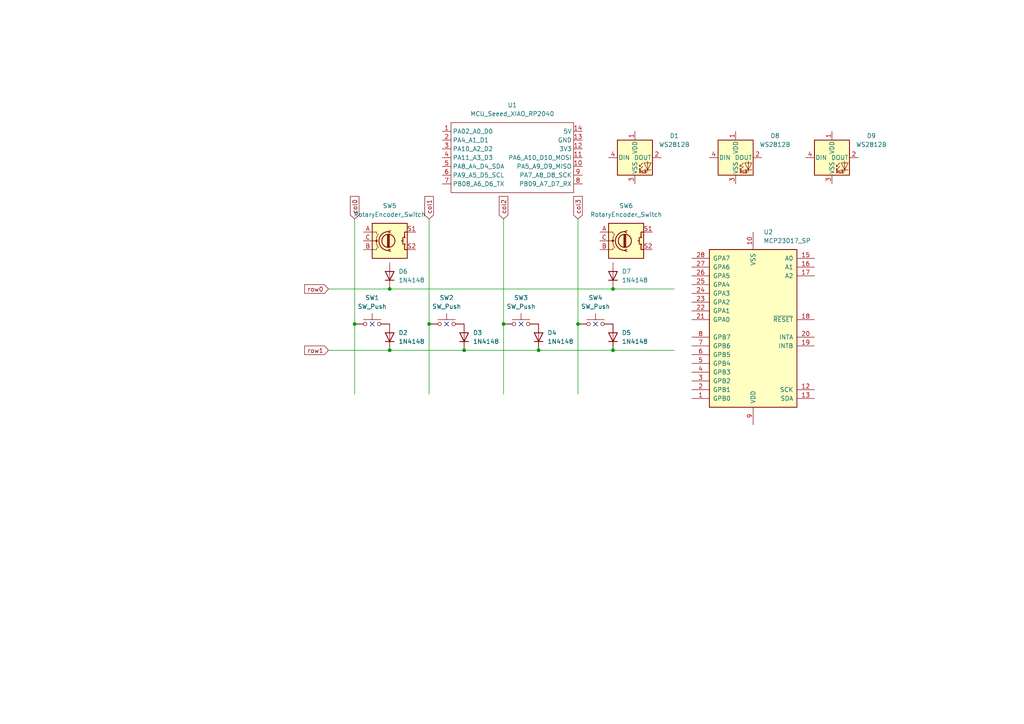
<source format=kicad_sch>
(kicad_sch (version 20231120) (generator "eeschema") (generator_version "8.0")
  (paper "A4")
  (lib_symbols
    (symbol "Device:RotaryEncoder_Switch" (pin_names (offset 0.254) hide)
      (property "Reference" "SW" (at 0 6.604 0))
      (property "Value" "RotaryEncoder_Switch" (at 0 -6.604 0))
      (symbol "RotaryEncoder_Switch_0_1"
        (rectangle (start -5.08 5.08) (end 5.08 -5.08) (stroke (width 0.254)) (fill (type background)))
        (circle (center -3.81 0) (radius 0.254) (fill (type outline)))
        (circle (center -0.381 0) (radius 1.905) (stroke (width 0.254)))
        (arc (start -0.381 2.667) (mid -3.0988 -0.0635) (end -0.381 -2.794) (stroke (width 0.254)))
        (polyline (pts (xy -0.635 -1.778) (xy -0.635 1.778)) (stroke (width 0.254)))
        (polyline (pts (xy -0.381 -1.778) (xy -0.381 1.778)) (stroke (width 0.254)))
        (polyline (pts (xy -0.127 1.778) (xy -0.127 -1.778)) (stroke (width 0.254)))
        (polyline (pts (xy 3.81 0) (xy 3.429 0)) (stroke (width 0.254)))
        (polyline (pts (xy 3.81 1.016) (xy 3.81 -1.016)) (stroke (width 0.254)))
        (polyline (pts (xy -5.08 -2.54) (xy -3.81 -2.54) (xy -3.81 -2.032)))
        (polyline (pts (xy -5.08 2.54) (xy -3.81 2.54) (xy -3.81 2.032)))
        (polyline (pts (xy 0.254 -3.048) (xy -0.508 -2.794) (xy 0.127 -2.413)) (stroke (width 0.254)))
        (polyline (pts (xy 0.254 2.921) (xy -0.508 2.667) (xy 0.127 2.286)) (stroke (width 0.254)))
        (polyline (pts (xy 5.08 -2.54) (xy 4.318 -2.54) (xy 4.318 -1.016)) (stroke (width 0.254)))
        (polyline (pts (xy 5.08 2.54) (xy 4.318 2.54) (xy 4.318 1.016)) (stroke (width 0.254)))
        (polyline (pts (xy -5.08 0) (xy -3.81 0) (xy -3.81 -1.016) (xy -3.302 -2.032)))
        (polyline (pts (xy -4.318 0) (xy -3.81 0) (xy -3.81 1.016) (xy -3.302 2.032)))
        (circle (center 4.318 -1.016) (radius 0.127) (stroke (width 0.254)))
        (circle (center 4.318 1.016) (radius 0.127) (stroke (width 0.254)))
      )
      (symbol "RotaryEncoder_Switch_1_1"
        (pin passive line (at -7.62 2.54 0) (length 2.54) (name "A") (number "A"))
        (pin passive line (at -7.62 -2.54 0) (length 2.54) (name "B") (number "B"))
        (pin passive line (at -7.62 0 0) (length 2.54) (name "C") (number "C"))
        (pin passive line (at 7.62 2.54 180) (length 2.54) (name "S1") (number "S1"))
        (pin passive line (at 7.62 -2.54 180) (length 2.54) (name "S2") (number "S2"))
      )
    )
    (symbol "Diode:1N4148" (pin_numbers hide) (pin_names hide)
      (property "Reference" "D" (at 0 2.54 0))
      (property "Value" "1N4148" (at 0 -2.54 0))
      (symbol "1N4148_0_1"
        (polyline (pts (xy -1.27 1.27) (xy -1.27 -1.27)) (stroke (width 0.254)))
        (polyline (pts (xy 1.27 0) (xy -1.27 0)))
        (polyline (pts (xy 1.27 1.27) (xy 1.27 -1.27) (xy -1.27 0) (xy 1.27 1.27)) (stroke (width 0.254)))
      )
      (symbol "1N4148_1_1"
        (pin passive line (at -3.81 0 0) (length 2.54) (name "K") (number "1"))
        (pin passive line (at 3.81 0 180) (length 2.54) (name "A") (number "2"))
      )
    )
    (symbol "Interface_Expansion:MCP23017_SP" (pin_names (offset 1.016))
      (property "Reference" "U" (at -11.43 24.13 0))
      (property "Value" "MCP23017_SP" (at 0 0 0))
      (symbol "MCP23017_SP_0_1"
        (rectangle (start -12.7 22.86) (end 12.7 -22.86) (stroke (width 0.254)) (fill (type background)))
      )
      (symbol "MCP23017_SP_1_1"
        (pin bidirectional line (at 17.78 20.32 180) (length 5.08) (name "GPB0") (number "1"))
        (pin power_in line (at 0 -27.94 90) (length 5.08) (name "VSS") (number "10"))
        (pin no_connect line (at -12.7 15.24 0) (length 5.08) hide (name "NC") (number "11"))
        (pin input line (at -17.78 17.78 0) (length 5.08) (name "SCK") (number "12"))
        (pin bidirectional line (at -17.78 20.32 0) (length 5.08) (name "SDA") (number "13"))
        (pin no_connect line (at -12.7 12.7 0) (length 5.08) hide (name "NC") (number "14"))
        (pin input line (at -17.78 -20.32 0) (length 5.08) (name "A0") (number "15"))
        (pin input line (at -17.78 -17.78 0) (length 5.08) (name "A1") (number "16"))
        (pin input line (at -17.78 -15.24 0) (length 5.08) (name "A2") (number "17"))
        (pin input line (at -17.78 -2.54 0) (length 5.08) (name "~{RESET}") (number "18"))
        (pin tri_state line (at -17.78 5.08 0) (length 5.08) (name "INTB") (number "19"))
        (pin bidirectional line (at 17.78 17.78 180) (length 5.08) (name "GPB1") (number "2"))
        (pin tri_state line (at -17.78 2.54 0) (length 5.08) (name "INTA") (number "20"))
        (pin bidirectional line (at 17.78 -2.54 180) (length 5.08) (name "GPA0") (number "21"))
        (pin bidirectional line (at 17.78 -5.08 180) (length 5.08) (name "GPA1") (number "22"))
        (pin bidirectional line (at 17.78 -7.62 180) (length 5.08) (name "GPA2") (number "23"))
        (pin bidirectional line (at 17.78 -10.16 180) (length 5.08) (name "GPA3") (number "24"))
        (pin bidirectional line (at 17.78 -12.7 180) (length 5.08) (name "GPA4") (number "25"))
        (pin bidirectional line (at 17.78 -15.24 180) (length 5.08) (name "GPA5") (number "26"))
        (pin bidirectional line (at 17.78 -17.78 180) (length 5.08) (name "GPA6") (number "27"))
        (pin bidirectional line (at 17.78 -20.32 180) (length 5.08) (name "GPA7") (number "28"))
        (pin bidirectional line (at 17.78 15.24 180) (length 5.08) (name "GPB2") (number "3"))
        (pin bidirectional line (at 17.78 12.7 180) (length 5.08) (name "GPB3") (number "4"))
        (pin bidirectional line (at 17.78 10.16 180) (length 5.08) (name "GPB4") (number "5"))
        (pin bidirectional line (at 17.78 7.62 180) (length 5.08) (name "GPB5") (number "6"))
        (pin bidirectional line (at 17.78 5.08 180) (length 5.08) (name "GPB6") (number "7"))
        (pin bidirectional line (at 17.78 2.54 180) (length 5.08) (name "GPB7") (number "8"))
        (pin power_in line (at 0 27.94 270) (length 5.08) (name "VDD") (number "9"))
      )
    )
    (symbol "LED:WS2812B" (pin_names (offset 0.254))
      (property "Reference" "D" (at 5.08 5.715 0))
      (property "Value" "WS2812B" (at 1.27 -5.715 0))
      (symbol "WS2812B_0_0"
        (text "RGB" (at 2.286 -4.191 0) (effects (font (size 0.762 0.762))))
      )
      (symbol "WS2812B_0_1"
        (polyline (pts (xy 1.27 -3.556) (xy 1.778 -3.556)))
        (polyline (pts (xy 1.27 -2.54) (xy 1.778 -2.54)))
        (polyline (pts (xy 4.699 -3.556) (xy 2.667 -3.556)))
        (polyline (pts (xy 2.286 -2.54) (xy 1.27 -3.556) (xy 1.27 -3.048)))
        (polyline (pts (xy 2.286 -1.524) (xy 1.27 -2.54) (xy 1.27 -2.032)))
        (polyline (pts (xy 3.683 -1.016) (xy 3.683 -3.556) (xy 3.683 -4.064)))
        (polyline (pts (xy 4.699 -1.524) (xy 2.667 -1.524) (xy 3.683 -3.556) (xy 4.699 -1.524)))
        (rectangle (start 5.08 5.08) (end -5.08 -5.08) (stroke (width 0.254)) (fill (type background)))
      )
      (symbol "WS2812B_1_1"
        (pin power_in line (at 0 7.62 270) (length 2.54) (name "VDD") (number "1"))
        (pin output line (at 7.62 0 180) (length 2.54) (name "DOUT") (number "2"))
        (pin power_in line (at 0 -7.62 90) (length 2.54) (name "VSS") (number "3"))
        (pin input line (at -7.62 0 0) (length 2.54) (name "DIN") (number "4"))
      )
    )
    (symbol "ScottoKeebs:MCU_Seeed_XIAO_RP2040"
      (property "Reference" "U" (at -16.51 11.43 0))
      (property "Value" "MCU_Seeed_XIAO_RP2040" (at -3.81 -11.43 0))
      (symbol "MCU_Seeed_XIAO_RP2040_0_1"
        (rectangle (start -16.51 10.16) (end 19.05 -10.16))
      )
      (symbol "MCU_Seeed_XIAO_RP2040_1_1"
        (pin passive line (at -19.05 7.62 0) (length 2.54) (name "PA02_A0_D0") (number "1"))
        (pin passive line (at 21.59 -2.54 180) (length 2.54) (name "PA5_A9_D9_MISO") (number "10"))
        (pin passive line (at 21.59 0 180) (length 2.54) (name "PA6_A10_D10_MOSI") (number "11"))
        (pin passive line (at 21.59 2.54 180) (length 2.54) (name "3V3") (number "12"))
        (pin passive line (at 21.59 5.08 180) (length 2.54) (name "GND") (number "13"))
        (pin passive line (at 21.59 7.62 180) (length 2.54) (name "5V") (number "14"))
        (pin passive line (at -19.05 5.08 0) (length 2.54) (name "PA4_A1_D1") (number "2"))
        (pin passive line (at -19.05 2.54 0) (length 2.54) (name "PA10_A2_D2") (number "3"))
        (pin passive line (at -19.05 0 0) (length 2.54) (name "PA11_A3_D3") (number "4"))
        (pin passive line (at -19.05 -2.54 0) (length 2.54) (name "PA8_A4_D4_SDA") (number "5"))
        (pin passive line (at -19.05 -5.08 0) (length 2.54) (name "PA9_A5_D5_SCL") (number "6"))
        (pin passive line (at -19.05 -7.62 0) (length 2.54) (name "PB08_A6_D6_TX") (number "7"))
        (pin passive line (at 21.59 -7.62 180) (length 2.54) (name "PB09_A7_D7_RX") (number "8"))
        (pin passive line (at 21.59 -5.08 180) (length 2.54) (name "PA7_A8_D8_SCK") (number "9"))
      )
    )
    (symbol "Switch:SW_Push" (pin_numbers hide) (pin_names (offset 1.016) hide)
      (property "Reference" "SW" (at 1.27 2.54 0))
      (property "Value" "SW_Push" (at 0 -1.524 0))
      (symbol "SW_Push_0_1"
        (circle (center -2.032 0) (radius 0.508))
        (polyline (pts (xy 0 1.27) (xy 0 3.048)))
        (polyline (pts (xy 2.54 1.27) (xy -2.54 1.27)))
        (circle (center 2.032 0) (radius 0.508))
        (pin passive line (at -5.08 0 0) (length 2.54) (name "1") (number "1"))
        (pin passive line (at 5.08 0 180) (length 2.54) (name "2") (number "2"))
      )
    )
  )
  (junction (at 124.46 93.98))
  (junction (at 113.03 101.6))
  (junction (at 134.62 101.6))
  (junction (at 177.8 101.6))
  (junction (at 177.8 83.82))
  (junction (at 167.64 93.98))
  (junction (at 113.03 83.82))
  (junction (at 102.87 93.98))
  (junction (at 156.21 101.6))
  (junction (at 146.05 93.98))
  (no_connect (at 151.13 93.98))
  (no_connect (at 172.72 93.98))
  (no_connect (at 107.95 93.98))
  (no_connect (at 129.54 93.98))
  (wire (pts (xy 146.05 93.98) (xy 146.05 114.3)))
  (wire (pts (xy 177.8 101.6) (xy 195.58 101.6)))
  (wire (pts (xy 124.46 93.98) (xy 124.46 114.3)))
  (wire (pts (xy 156.21 101.6) (xy 177.8 101.6)))
  (wire (pts (xy 95.25 83.82) (xy 113.03 83.82)))
  (wire (pts (xy 167.64 93.98) (xy 167.64 114.3)))
  (wire (pts (xy 113.03 83.82) (xy 177.8 83.82)))
  (wire (pts (xy 146.05 63.5) (xy 146.05 93.98)))
  (wire (pts (xy 124.46 63.5) (xy 124.46 93.98)))
  (wire (pts (xy 134.62 101.6) (xy 156.21 101.6)))
  (wire (pts (xy 177.8 83.82) (xy 195.58 83.82)))
  (wire (pts (xy 102.87 63.5) (xy 102.87 93.98)))
  (wire (pts (xy 113.03 101.6) (xy 134.62 101.6)))
  (wire (pts (xy 167.64 63.5) (xy 167.64 93.98)))
  (wire (pts (xy 95.25 101.6) (xy 113.03 101.6)))
  (wire (pts (xy 102.87 93.98) (xy 102.87 114.3)))
  (global_label "col3" (shape input) (at 167.64 63.5 90) (property "Intersheetrefs" "${INTERSHEET_REFS}" (effects (hide yes))))
  (global_label "row1" (shape input) (at 95.25 101.6 180) (property "Intersheetrefs" "${INTERSHEET_REFS}" (effects (hide yes))))
  (global_label "col0" (shape input) (at 102.87 63.5 90) (property "Intersheetrefs" "${INTERSHEET_REFS}" (effects (hide yes))))
  (global_label "row0" (shape input) (at 95.25 83.82 180) (property "Intersheetrefs" "${INTERSHEET_REFS}" (effects (hide yes))))
  (global_label "col1" (shape input) (at 124.46 63.5 90) (property "Intersheetrefs" "${INTERSHEET_REFS}" (effects (hide yes))))
  (global_label "col2" (shape input) (at 146.05 63.5 90) (property "Intersheetrefs" "${INTERSHEET_REFS}" (effects (hide yes))))
  (symbol (lib_id "ScottoKeebs:MCU_Seeed_XIAO_RP2040") (at 147.32 45.72 0) (unit 1)
    (property "Reference" "U1" (at 148.59 30.48 0))
    (property "Value" "MCU_Seeed_XIAO_RP2040" (at 148.59 33.02 0))
  )
  (symbol (lib_id "Diode:1N4148") (at 134.62 97.79 90) (unit 1)
    (property "Reference" "D3" (at 137.16 96.5199 90) (effects (justify right)))
    (property "Value" "1N4148" (at 137.16 99.0599 90) (effects (justify right)))
    (property "Footprint" "Diode_THT:D_DO-35_SOD27_P7.62mm_Horizontal" (effects (hide yes)))
    (property "Datasheet" "https://assets.nexperia.com/documents/data-sheet/1N4148_1N4448.pdf" (effects (hide yes)))
    (property "Description" "100V 0.15A standard switching diode, DO-35" (effects (hide yes)))
    (property "Sim.Device" "D" (effects (hide yes)))
    (property "Sim.Pins" "1=K 2=A" (effects (hide yes)))
  )
  (symbol (lib_id "Diode:1N4148") (at 113.03 97.79 90) (unit 1)
    (property "Reference" "D2" (at 115.57 96.5199 90) (effects (justify right)))
    (property "Value" "1N4148" (at 115.57 99.0599 90) (effects (justify right)))
    (property "Footprint" "Diode_THT:D_DO-35_SOD27_P7.62mm_Horizontal" (effects (hide yes)))
    (property "Datasheet" "https://assets.nexperia.com/documents/data-sheet/1N4148_1N4448.pdf" (effects (hide yes)))
    (property "Description" "100V 0.15A standard switching diode, DO-35" (effects (hide yes)))
    (property "Sim.Device" "D" (effects (hide yes)))
    (property "Sim.Pins" "1=K 2=A" (effects (hide yes)))
  )
  (symbol (lib_id "Switch:SW_Push") (at 172.72 93.98 0) (unit 1)
    (property "Reference" "SW4" (at 172.72 86.36 0))
    (property "Value" "SW_Push" (at 172.72 88.9 0))
    (property "Description" "Push button switch, generic, two pins" (effects (hide yes)))
  )
  (symbol (lib_id "Diode:1N4148") (at 156.21 97.79 90) (unit 1)
    (property "Reference" "D4" (at 158.75 96.5199 90) (effects (justify right)))
    (property "Value" "1N4148" (at 158.75 99.0599 90) (effects (justify right)))
    (property "Footprint" "Diode_THT:D_DO-35_SOD27_P7.62mm_Horizontal" (effects (hide yes)))
    (property "Datasheet" "https://assets.nexperia.com/documents/data-sheet/1N4148_1N4448.pdf" (effects (hide yes)))
    (property "Description" "100V 0.15A standard switching diode, DO-35" (effects (hide yes)))
    (property "Sim.Device" "D" (effects (hide yes)))
    (property "Sim.Pins" "1=K 2=A" (effects (hide yes)))
  )
  (symbol (lib_id "LED:WS2812B") (at 241.3 45.72 0) (unit 1)
    (property "Reference" "D9" (at 252.73 39.4014 0))
    (property "Value" "WS2812B" (at 252.73 41.9414 0))
    (property "Footprint" "LED_SMD:LED_WS2812B_PLCC4_5.0x5.0mm_P3.2mm" (effects (hide yes)))
    (property "Datasheet" "https://cdn-shop.adafruit.com/datasheets/WS2812B.pdf" (effects (hide yes)))
    (property "Description" "RGB LED with integrated controller" (effects (hide yes)))
  )
  (symbol (lib_id "Device:RotaryEncoder_Switch") (at 181.61 69.85 0) (unit 1)
    (property "Reference" "SW6" (at 181.61 59.69 0))
    (property "Value" "RotaryEncoder_Switch" (at 181.61 62.23 0))
    (property "Description" "Rotary encoder, dual channel, incremental quadrate outputs, with switch" (effects (hide yes)))
  )
  (symbol (lib_id "Switch:SW_Push") (at 151.13 93.98 0) (unit 1)
    (property "Reference" "SW3" (at 151.13 86.36 0))
    (property "Value" "SW_Push" (at 151.13 88.9 0))
    (property "Description" "Push button switch, generic, two pins" (effects (hide yes)))
  )
  (symbol (lib_id "Diode:1N4148") (at 177.8 80.01 90) (unit 1)
    (property "Reference" "D7" (at 180.34 78.7399 90) (effects (justify right)))
    (property "Value" "1N4148" (at 180.34 81.2799 90) (effects (justify right)))
    (property "Footprint" "Diode_THT:D_DO-35_SOD27_P7.62mm_Horizontal" (effects (hide yes)))
    (property "Datasheet" "https://assets.nexperia.com/documents/data-sheet/1N4148_1N4448.pdf" (effects (hide yes)))
    (property "Description" "100V 0.15A standard switching diode, DO-35" (effects (hide yes)))
    (property "Sim.Device" "D" (effects (hide yes)))
    (property "Sim.Pins" "1=K 2=A" (effects (hide yes)))
  )
  (symbol (lib_id "Device:RotaryEncoder_Switch") (at 113.03 69.85 0) (unit 1)
    (property "Reference" "SW5" (at 113.03 59.69 0))
    (property "Value" "RotaryEncoder_Switch" (at 113.03 62.23 0))
    (property "Description" "Rotary encoder, dual channel, incremental quadrate outputs, with switch" (effects (hide yes)))
  )
  (symbol (lib_id "Interface_Expansion:MCP23017_SP") (at 218.44 95.25 180) (unit 1)
    (property "Reference" "U2" (at 221.4565 67.31 0) (effects (justify right)))
    (property "Value" "MCP23017_SP" (at 221.4565 69.85 0) (effects (justify right)))
    (property "Footprint" "Package_DIP:DIP-28_W7.62mm" (effects (hide yes)))
    (property "Datasheet" "http://ww1.microchip.com/downloads/en/DeviceDoc/20001952C.pdf" (effects (hide yes)))
    (property "Description" "16-bit I/O expander, I2C, interrupts, w pull-ups, SPDIP-28" (effects (hide yes)))
  )
  (symbol (lib_id "Switch:SW_Push") (at 107.95 93.98 0) (unit 1)
    (property "Reference" "SW1" (at 107.95 86.36 0))
    (property "Value" "SW_Push" (at 107.95 88.9 0))
    (property "Description" "Push button switch, generic, two pins" (effects (hide yes)))
  )
  (symbol (lib_id "LED:WS2812B") (at 213.36 45.72 0) (unit 1)
    (property "Reference" "D8" (at 224.79 39.4014 0))
    (property "Value" "WS2812B" (at 224.79 41.9414 0))
    (property "Footprint" "LED_SMD:LED_WS2812B_PLCC4_5.0x5.0mm_P3.2mm" (effects (hide yes)))
    (property "Datasheet" "https://cdn-shop.adafruit.com/datasheets/WS2812B.pdf" (effects (hide yes)))
    (property "Description" "RGB LED with integrated controller" (effects (hide yes)))
  )
  (symbol (lib_id "Switch:SW_Push") (at 129.54 93.98 0) (unit 1)
    (property "Reference" "SW2" (at 129.54 86.36 0))
    (property "Value" "SW_Push" (at 129.54 88.9 0))
    (property "Description" "Push button switch, generic, two pins" (effects (hide yes)))
  )
  (symbol (lib_id "Diode:1N4148") (at 177.8 97.79 90) (unit 1)
    (property "Reference" "D5" (at 180.34 96.5199 90) (effects (justify right)))
    (property "Value" "1N4148" (at 180.34 99.0599 90) (effects (justify right)))
    (property "Footprint" "Diode_THT:D_DO-35_SOD27_P7.62mm_Horizontal" (effects (hide yes)))
    (property "Datasheet" "https://assets.nexperia.com/documents/data-sheet/1N4148_1N4448.pdf" (effects (hide yes)))
    (property "Description" "100V 0.15A standard switching diode, DO-35" (effects (hide yes)))
    (property "Sim.Device" "D" (effects (hide yes)))
    (property "Sim.Pins" "1=K 2=A" (effects (hide yes)))
  )
  (symbol (lib_id "LED:WS2812B") (at 184.15 45.72 0) (unit 1)
    (property "Reference" "D1" (at 195.58 39.4014 0))
    (property "Value" "WS2812B" (at 195.58 41.9414 0))
    (property "Footprint" "LED_SMD:LED_WS2812B_PLCC4_5.0x5.0mm_P3.2mm" (effects (hide yes)))
    (property "Datasheet" "https://cdn-shop.adafruit.com/datasheets/WS2812B.pdf" (effects (hide yes)))
    (property "Description" "RGB LED with integrated controller" (effects (hide yes)))
  )
  (symbol (lib_id "Diode:1N4148") (at 113.03 80.01 90) (unit 1)
    (property "Reference" "D6" (at 115.57 78.7399 90) (effects (justify right)))
    (property "Value" "1N4148" (at 115.57 81.2799 90) (effects (justify right)))
    (property "Footprint" "Diode_THT:D_DO-35_SOD27_P7.62mm_Horizontal" (effects (hide yes)))
    (property "Datasheet" "https://assets.nexperia.com/documents/data-sheet/1N4148_1N4448.pdf" (effects (hide yes)))
    (property "Description" "100V 0.15A standard switching diode, DO-35" (effects (hide yes)))
    (property "Sim.Device" "D" (effects (hide yes)))
    (property "Sim.Pins" "1=K 2=A" (effects (hide yes)))
  )
)
</source>
